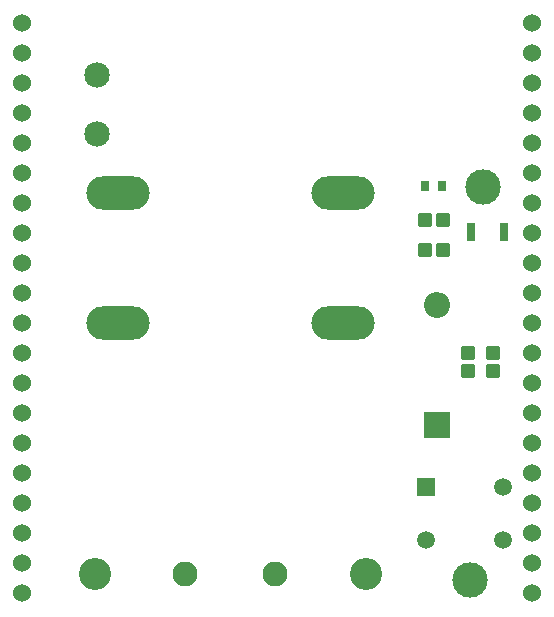
<source format=gbr>
%TF.GenerationSoftware,KiCad,Pcbnew,8.0.7*%
%TF.CreationDate,2025-01-28T21:10:26-05:00*%
%TF.ProjectId,IMD Latching Module,494d4420-4c61-4746-9368-696e67204d6f,rev?*%
%TF.SameCoordinates,Original*%
%TF.FileFunction,Soldermask,Top*%
%TF.FilePolarity,Negative*%
%FSLAX46Y46*%
G04 Gerber Fmt 4.6, Leading zero omitted, Abs format (unit mm)*
G04 Created by KiCad (PCBNEW 8.0.7) date 2025-01-28 21:10:26*
%MOMM*%
%LPD*%
G01*
G04 APERTURE LIST*
G04 Aperture macros list*
%AMRoundRect*
0 Rectangle with rounded corners*
0 $1 Rounding radius*
0 $2 $3 $4 $5 $6 $7 $8 $9 X,Y pos of 4 corners*
0 Add a 4 corners polygon primitive as box body*
4,1,4,$2,$3,$4,$5,$6,$7,$8,$9,$2,$3,0*
0 Add four circle primitives for the rounded corners*
1,1,$1+$1,$2,$3*
1,1,$1+$1,$4,$5*
1,1,$1+$1,$6,$7*
1,1,$1+$1,$8,$9*
0 Add four rect primitives between the rounded corners*
20,1,$1+$1,$2,$3,$4,$5,0*
20,1,$1+$1,$4,$5,$6,$7,0*
20,1,$1+$1,$6,$7,$8,$9,0*
20,1,$1+$1,$8,$9,$2,$3,0*%
G04 Aperture macros list end*
%ADD10RoundRect,0.102000X0.485000X-0.450000X0.485000X0.450000X-0.485000X0.450000X-0.485000X-0.450000X0*%
%ADD11C,3.000000*%
%ADD12C,1.524000*%
%ADD13R,1.498600X1.498600*%
%ADD14C,1.498600*%
%ADD15R,0.660400X1.549400*%
%ADD16O,5.350000X2.850000*%
%ADD17C,2.717800*%
%ADD18C,2.108200*%
%ADD19RoundRect,0.102000X-0.450000X-0.485000X0.450000X-0.485000X0.450000X0.485000X-0.450000X0.485000X0*%
%ADD20C,2.154000*%
%ADD21R,2.200000X2.200000*%
%ADD22O,2.200000X2.200000*%
%ADD23R,0.711200X0.939800*%
G04 APERTURE END LIST*
D10*
%TO.C,D1*%
X90620000Y-80270000D03*
X90620000Y-78750000D03*
%TD*%
%TO.C,D2*%
X88540000Y-80260000D03*
X88540000Y-78740000D03*
%TD*%
D11*
%TO.C,TP2*%
X89800000Y-64700000D03*
%TD*%
D12*
%TO.C,J3*%
X50800000Y-99060000D03*
X50800000Y-96520000D03*
X50800000Y-93980000D03*
X50800000Y-91440000D03*
X50800000Y-88900000D03*
X50800000Y-86360000D03*
X50800000Y-83820000D03*
X50800000Y-81280000D03*
X50800000Y-78740000D03*
X50800000Y-76200000D03*
X50800000Y-73660000D03*
X50800000Y-71120000D03*
X50800000Y-68580000D03*
X50800000Y-66040000D03*
X50800000Y-63500000D03*
X50800000Y-60960000D03*
X50800000Y-58420000D03*
X50800000Y-55880000D03*
X50800000Y-53340000D03*
X50800000Y-50800000D03*
%TD*%
D13*
%TO.C,SW1*%
X85019999Y-90070000D03*
D14*
X91520000Y-90070000D03*
X85019999Y-94570001D03*
X91520000Y-94570001D03*
%TD*%
D15*
%TO.C,D4*%
X88775200Y-68492400D03*
X91620000Y-68492400D03*
%TD*%
D16*
%TO.C,K1*%
X58920000Y-65159999D03*
X58920000Y-76160000D03*
D17*
X56970000Y-97460000D03*
D18*
X64620000Y-97460000D03*
X72220000Y-97460000D03*
D17*
X79870000Y-97460000D03*
D16*
X77919998Y-76160000D03*
X77919998Y-65159999D03*
%TD*%
D19*
%TO.C,R2*%
X84937600Y-69992400D03*
X86457600Y-69992400D03*
%TD*%
D20*
%TO.C,J4*%
X57130000Y-55150000D03*
X57130000Y-60150000D03*
%TD*%
D11*
%TO.C,TP1*%
X88720000Y-97970000D03*
%TD*%
D19*
%TO.C,R1*%
X84937600Y-67492400D03*
X86457600Y-67492400D03*
%TD*%
D12*
%TO.C,J2*%
X94000000Y-99060000D03*
X94000000Y-96520000D03*
X94000000Y-93980000D03*
X94000000Y-91440000D03*
X94000000Y-88900000D03*
X94000000Y-86360000D03*
X94000000Y-83820000D03*
X94000000Y-81280000D03*
X94000000Y-78740000D03*
X94000000Y-76200000D03*
X94000000Y-73660000D03*
X94000000Y-71120000D03*
X94000000Y-68580000D03*
X94000000Y-66040000D03*
X94000000Y-63500000D03*
X94000000Y-60960000D03*
X94000000Y-58420000D03*
X94000000Y-55880000D03*
X94000000Y-53340000D03*
X94000000Y-50800000D03*
%TD*%
D21*
%TO.C,D3*%
X85920000Y-84790000D03*
D22*
X85920000Y-74630000D03*
%TD*%
D23*
%TO.C,R3*%
X84903000Y-64600000D03*
X86300000Y-64600000D03*
%TD*%
M02*

</source>
